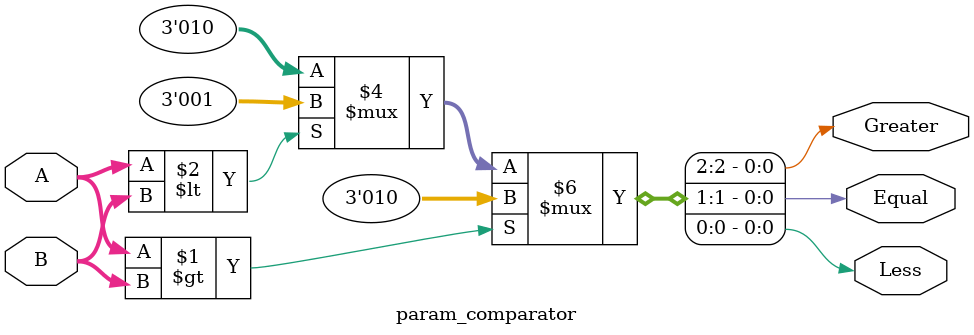
<source format=v>
module param_comparator #(
    parameter WIDTH=8
)(
    input [WIDTH-1:0] A,
    input [WIDTH-1:0] B,
    output Equal,
    output Greater,
    output Less
);
    assign {Greater,Equal,Less} = A > B ? 2'b10 : (A < B ? 2'b01 : 3'b010);
endmodule
</source>
